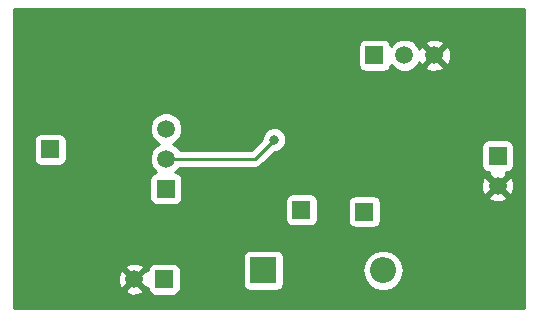
<source format=gbr>
G04 #@! TF.GenerationSoftware,KiCad,Pcbnew,(6.0.0-rc1-dev-305-gf0b8b21)*
G04 #@! TF.CreationDate,2019-05-22T14:27:23-07:00*
G04 #@! TF.ProjectId,DRONE_GateDriver,44524F4E455F47617465447269766572,rev?*
G04 #@! TF.SameCoordinates,Original*
G04 #@! TF.FileFunction,Copper,L2,Bot,Signal*
G04 #@! TF.FilePolarity,Positive*
%FSLAX46Y46*%
G04 Gerber Fmt 4.6, Leading zero omitted, Abs format (unit mm)*
G04 Created by KiCad (PCBNEW (6.0.0-rc1-dev-305-gf0b8b21)) date Wednesday, May 22, 2019 at 02:27:23 PM*
%MOMM*%
%LPD*%
G01*
G04 APERTURE LIST*
G04 #@! TA.AperFunction,ComponentPad*
%ADD10R,2.200000X2.200000*%
G04 #@! TD*
G04 #@! TA.AperFunction,ComponentPad*
%ADD11O,2.200000X2.200000*%
G04 #@! TD*
G04 #@! TA.AperFunction,ComponentPad*
%ADD12R,1.500000X1.500000*%
G04 #@! TD*
G04 #@! TA.AperFunction,ComponentPad*
%ADD13C,1.500000*%
G04 #@! TD*
G04 #@! TA.AperFunction,ComponentPad*
%ADD14R,1.498600X1.498600*%
G04 #@! TD*
G04 #@! TA.AperFunction,ViaPad*
%ADD15C,0.800000*%
G04 #@! TD*
G04 #@! TA.AperFunction,Conductor*
%ADD16C,0.250000*%
G04 #@! TD*
G04 #@! TA.AperFunction,Conductor*
%ADD17C,0.254000*%
G04 #@! TD*
G04 APERTURE END LIST*
D10*
G04 #@! TO.P,D1,1*
G04 #@! TO.N,Net-(C2-Pad2)*
X144920000Y-116810000D03*
D11*
G04 #@! TO.P,D1,2*
G04 #@! TO.N,Net-(C1-Pad1)*
X155080000Y-116810000D03*
G04 #@! TD*
D12*
G04 #@! TO.P,J1,2*
G04 #@! TO.N,Net-(J1-Pad2)*
X164760000Y-107120000D03*
D13*
G04 #@! TO.P,J1,1*
G04 #@! TO.N,GND*
X164760000Y-109660000D03*
G04 #@! TD*
D14*
G04 #@! TO.P,J2,1*
G04 #@! TO.N,Net-(J2-Pad1)*
X153480000Y-111830000D03*
G04 #@! TD*
G04 #@! TO.P,J3,1*
G04 #@! TO.N,Net-(J3-Pad1)*
X148160000Y-111690000D03*
G04 #@! TD*
D13*
G04 #@! TO.P,J4,1*
G04 #@! TO.N,GND*
X134000000Y-117550000D03*
D12*
G04 #@! TO.P,J4,2*
G04 #@! TO.N,Net-(C3-Pad1)*
X136540000Y-117550000D03*
G04 #@! TD*
G04 #@! TO.P,J5,1*
G04 #@! TO.N,Net-(C4-Pad1)*
X126880000Y-106570000D03*
G04 #@! TD*
D13*
G04 #@! TO.P,Q1,2*
G04 #@! TO.N,Net-(Q1-Pad2)*
X136690000Y-107360000D03*
G04 #@! TO.P,Q1,3*
G04 #@! TO.N,Net-(C2-Pad1)*
X136690000Y-104820000D03*
D12*
G04 #@! TO.P,Q1,1*
G04 #@! TO.N,Net-(C3-Pad1)*
X136690000Y-109900000D03*
G04 #@! TD*
G04 #@! TO.P,Q2,1*
G04 #@! TO.N,Net-(C2-Pad1)*
X154340000Y-98600000D03*
D13*
G04 #@! TO.P,Q2,3*
G04 #@! TO.N,GND*
X159420000Y-98600000D03*
G04 #@! TO.P,Q2,2*
G04 #@! TO.N,Net-(Q2-Pad2)*
X156880000Y-98600000D03*
G04 #@! TD*
D15*
G04 #@! TO.N,Net-(Q1-Pad2)*
X145850000Y-105730000D03*
G04 #@! TD*
D16*
G04 #@! TO.N,Net-(Q1-Pad2)*
X144220000Y-107360000D02*
X136690000Y-107360000D01*
X145850000Y-105730000D02*
X144220000Y-107360000D01*
G04 #@! TD*
D17*
G04 #@! TO.N,GND*
G36*
X166980000Y-119990000D02*
X123850000Y-119990000D01*
X123850000Y-118521517D01*
X133208088Y-118521517D01*
X133276077Y-118762460D01*
X133795171Y-118947201D01*
X134345448Y-118919230D01*
X134723923Y-118762460D01*
X134791912Y-118521517D01*
X134000000Y-117729605D01*
X133208088Y-118521517D01*
X123850000Y-118521517D01*
X123850000Y-117345171D01*
X132602799Y-117345171D01*
X132630770Y-117895448D01*
X132787540Y-118273923D01*
X133028483Y-118341912D01*
X133820395Y-117550000D01*
X134179605Y-117550000D01*
X134971517Y-118341912D01*
X135142560Y-118293647D01*
X135142560Y-118300000D01*
X135191843Y-118547765D01*
X135332191Y-118757809D01*
X135542235Y-118898157D01*
X135790000Y-118947440D01*
X137290000Y-118947440D01*
X137537765Y-118898157D01*
X137747809Y-118757809D01*
X137888157Y-118547765D01*
X137937440Y-118300000D01*
X137937440Y-116800000D01*
X137888157Y-116552235D01*
X137747809Y-116342191D01*
X137537765Y-116201843D01*
X137290000Y-116152560D01*
X135790000Y-116152560D01*
X135542235Y-116201843D01*
X135332191Y-116342191D01*
X135191843Y-116552235D01*
X135142560Y-116800000D01*
X135142560Y-116806353D01*
X134971517Y-116758088D01*
X134179605Y-117550000D01*
X133820395Y-117550000D01*
X133028483Y-116758088D01*
X132787540Y-116826077D01*
X132602799Y-117345171D01*
X123850000Y-117345171D01*
X123850000Y-116578483D01*
X133208088Y-116578483D01*
X134000000Y-117370395D01*
X134791912Y-116578483D01*
X134723923Y-116337540D01*
X134204829Y-116152799D01*
X133654552Y-116180770D01*
X133276077Y-116337540D01*
X133208088Y-116578483D01*
X123850000Y-116578483D01*
X123850000Y-115710000D01*
X143172560Y-115710000D01*
X143172560Y-117910000D01*
X143221843Y-118157765D01*
X143362191Y-118367809D01*
X143572235Y-118508157D01*
X143820000Y-118557440D01*
X146020000Y-118557440D01*
X146267765Y-118508157D01*
X146477809Y-118367809D01*
X146618157Y-118157765D01*
X146667440Y-117910000D01*
X146667440Y-116810000D01*
X153311010Y-116810000D01*
X153445666Y-117486963D01*
X153829135Y-118060865D01*
X154403037Y-118444334D01*
X154909120Y-118545000D01*
X155250880Y-118545000D01*
X155756963Y-118444334D01*
X156330865Y-118060865D01*
X156714334Y-117486963D01*
X156848990Y-116810000D01*
X156714334Y-116133037D01*
X156330865Y-115559135D01*
X155756963Y-115175666D01*
X155250880Y-115075000D01*
X154909120Y-115075000D01*
X154403037Y-115175666D01*
X153829135Y-115559135D01*
X153445666Y-116133037D01*
X153311010Y-116810000D01*
X146667440Y-116810000D01*
X146667440Y-115710000D01*
X146618157Y-115462235D01*
X146477809Y-115252191D01*
X146267765Y-115111843D01*
X146020000Y-115062560D01*
X143820000Y-115062560D01*
X143572235Y-115111843D01*
X143362191Y-115252191D01*
X143221843Y-115462235D01*
X143172560Y-115710000D01*
X123850000Y-115710000D01*
X123850000Y-109150000D01*
X135292560Y-109150000D01*
X135292560Y-110650000D01*
X135341843Y-110897765D01*
X135482191Y-111107809D01*
X135692235Y-111248157D01*
X135940000Y-111297440D01*
X137440000Y-111297440D01*
X137687765Y-111248157D01*
X137897809Y-111107809D01*
X138009468Y-110940700D01*
X146763260Y-110940700D01*
X146763260Y-112439300D01*
X146812543Y-112687065D01*
X146952891Y-112897109D01*
X147162935Y-113037457D01*
X147410700Y-113086740D01*
X148909300Y-113086740D01*
X149157065Y-113037457D01*
X149367109Y-112897109D01*
X149507457Y-112687065D01*
X149556740Y-112439300D01*
X149556740Y-111080700D01*
X152083260Y-111080700D01*
X152083260Y-112579300D01*
X152132543Y-112827065D01*
X152272891Y-113037109D01*
X152482935Y-113177457D01*
X152730700Y-113226740D01*
X154229300Y-113226740D01*
X154477065Y-113177457D01*
X154687109Y-113037109D01*
X154827457Y-112827065D01*
X154876740Y-112579300D01*
X154876740Y-111080700D01*
X154827457Y-110832935D01*
X154692873Y-110631517D01*
X163968088Y-110631517D01*
X164036077Y-110872460D01*
X164555171Y-111057201D01*
X165105448Y-111029230D01*
X165483923Y-110872460D01*
X165551912Y-110631517D01*
X164760000Y-109839605D01*
X163968088Y-110631517D01*
X154692873Y-110631517D01*
X154687109Y-110622891D01*
X154477065Y-110482543D01*
X154229300Y-110433260D01*
X152730700Y-110433260D01*
X152482935Y-110482543D01*
X152272891Y-110622891D01*
X152132543Y-110832935D01*
X152083260Y-111080700D01*
X149556740Y-111080700D01*
X149556740Y-110940700D01*
X149507457Y-110692935D01*
X149367109Y-110482891D01*
X149157065Y-110342543D01*
X148909300Y-110293260D01*
X147410700Y-110293260D01*
X147162935Y-110342543D01*
X146952891Y-110482891D01*
X146812543Y-110692935D01*
X146763260Y-110940700D01*
X138009468Y-110940700D01*
X138038157Y-110897765D01*
X138087440Y-110650000D01*
X138087440Y-109455171D01*
X163362799Y-109455171D01*
X163390770Y-110005448D01*
X163547540Y-110383923D01*
X163788483Y-110451912D01*
X164580395Y-109660000D01*
X164939605Y-109660000D01*
X165731517Y-110451912D01*
X165972460Y-110383923D01*
X166157201Y-109864829D01*
X166129230Y-109314552D01*
X165972460Y-108936077D01*
X165731517Y-108868088D01*
X164939605Y-109660000D01*
X164580395Y-109660000D01*
X163788483Y-108868088D01*
X163547540Y-108936077D01*
X163362799Y-109455171D01*
X138087440Y-109455171D01*
X138087440Y-109150000D01*
X138038157Y-108902235D01*
X137897809Y-108692191D01*
X137687765Y-108551843D01*
X137495156Y-108513531D01*
X137864147Y-108144540D01*
X137874312Y-108120000D01*
X144145153Y-108120000D01*
X144220000Y-108134888D01*
X144294847Y-108120000D01*
X144294852Y-108120000D01*
X144516537Y-108075904D01*
X144767929Y-107907929D01*
X144810331Y-107844470D01*
X145889802Y-106765000D01*
X146055874Y-106765000D01*
X146436280Y-106607431D01*
X146673711Y-106370000D01*
X163362560Y-106370000D01*
X163362560Y-107870000D01*
X163411843Y-108117765D01*
X163552191Y-108327809D01*
X163762235Y-108468157D01*
X164010000Y-108517440D01*
X164016353Y-108517440D01*
X163968088Y-108688483D01*
X164760000Y-109480395D01*
X165551912Y-108688483D01*
X165503647Y-108517440D01*
X165510000Y-108517440D01*
X165757765Y-108468157D01*
X165967809Y-108327809D01*
X166108157Y-108117765D01*
X166157440Y-107870000D01*
X166157440Y-106370000D01*
X166108157Y-106122235D01*
X165967809Y-105912191D01*
X165757765Y-105771843D01*
X165510000Y-105722560D01*
X164010000Y-105722560D01*
X163762235Y-105771843D01*
X163552191Y-105912191D01*
X163411843Y-106122235D01*
X163362560Y-106370000D01*
X146673711Y-106370000D01*
X146727431Y-106316280D01*
X146885000Y-105935874D01*
X146885000Y-105524126D01*
X146727431Y-105143720D01*
X146436280Y-104852569D01*
X146055874Y-104695000D01*
X145644126Y-104695000D01*
X145263720Y-104852569D01*
X144972569Y-105143720D01*
X144815000Y-105524126D01*
X144815000Y-105690198D01*
X143905199Y-106600000D01*
X137874312Y-106600000D01*
X137864147Y-106575460D01*
X137474540Y-106185853D01*
X137243130Y-106090000D01*
X137474540Y-105994147D01*
X137864147Y-105604540D01*
X138075000Y-105095494D01*
X138075000Y-104544506D01*
X137864147Y-104035460D01*
X137474540Y-103645853D01*
X136965494Y-103435000D01*
X136414506Y-103435000D01*
X135905460Y-103645853D01*
X135515853Y-104035460D01*
X135305000Y-104544506D01*
X135305000Y-105095494D01*
X135515853Y-105604540D01*
X135905460Y-105994147D01*
X136136870Y-106090000D01*
X135905460Y-106185853D01*
X135515853Y-106575460D01*
X135305000Y-107084506D01*
X135305000Y-107635494D01*
X135515853Y-108144540D01*
X135884844Y-108513531D01*
X135692235Y-108551843D01*
X135482191Y-108692191D01*
X135341843Y-108902235D01*
X135292560Y-109150000D01*
X123850000Y-109150000D01*
X123850000Y-105820000D01*
X125482560Y-105820000D01*
X125482560Y-107320000D01*
X125531843Y-107567765D01*
X125672191Y-107777809D01*
X125882235Y-107918157D01*
X126130000Y-107967440D01*
X127630000Y-107967440D01*
X127877765Y-107918157D01*
X128087809Y-107777809D01*
X128228157Y-107567765D01*
X128277440Y-107320000D01*
X128277440Y-105820000D01*
X128228157Y-105572235D01*
X128087809Y-105362191D01*
X127877765Y-105221843D01*
X127630000Y-105172560D01*
X126130000Y-105172560D01*
X125882235Y-105221843D01*
X125672191Y-105362191D01*
X125531843Y-105572235D01*
X125482560Y-105820000D01*
X123850000Y-105820000D01*
X123850000Y-97850000D01*
X152942560Y-97850000D01*
X152942560Y-99350000D01*
X152991843Y-99597765D01*
X153132191Y-99807809D01*
X153342235Y-99948157D01*
X153590000Y-99997440D01*
X155090000Y-99997440D01*
X155337765Y-99948157D01*
X155547809Y-99807809D01*
X155688157Y-99597765D01*
X155726469Y-99405156D01*
X156095460Y-99774147D01*
X156604506Y-99985000D01*
X157155494Y-99985000D01*
X157664540Y-99774147D01*
X157867170Y-99571517D01*
X158628088Y-99571517D01*
X158696077Y-99812460D01*
X159215171Y-99997201D01*
X159765448Y-99969230D01*
X160143923Y-99812460D01*
X160211912Y-99571517D01*
X159420000Y-98779605D01*
X158628088Y-99571517D01*
X157867170Y-99571517D01*
X158054147Y-99384540D01*
X158143397Y-99169070D01*
X158207540Y-99323923D01*
X158448483Y-99391912D01*
X159240395Y-98600000D01*
X159599605Y-98600000D01*
X160391517Y-99391912D01*
X160632460Y-99323923D01*
X160817201Y-98804829D01*
X160789230Y-98254552D01*
X160632460Y-97876077D01*
X160391517Y-97808088D01*
X159599605Y-98600000D01*
X159240395Y-98600000D01*
X158448483Y-97808088D01*
X158207540Y-97876077D01*
X158148255Y-98042658D01*
X158054147Y-97815460D01*
X157867170Y-97628483D01*
X158628088Y-97628483D01*
X159420000Y-98420395D01*
X160211912Y-97628483D01*
X160143923Y-97387540D01*
X159624829Y-97202799D01*
X159074552Y-97230770D01*
X158696077Y-97387540D01*
X158628088Y-97628483D01*
X157867170Y-97628483D01*
X157664540Y-97425853D01*
X157155494Y-97215000D01*
X156604506Y-97215000D01*
X156095460Y-97425853D01*
X155726469Y-97794844D01*
X155688157Y-97602235D01*
X155547809Y-97392191D01*
X155337765Y-97251843D01*
X155090000Y-97202560D01*
X153590000Y-97202560D01*
X153342235Y-97251843D01*
X153132191Y-97392191D01*
X152991843Y-97602235D01*
X152942560Y-97850000D01*
X123850000Y-97850000D01*
X123850000Y-94640000D01*
X166980001Y-94640000D01*
X166980000Y-119990000D01*
X166980000Y-119990000D01*
G37*
X166980000Y-119990000D02*
X123850000Y-119990000D01*
X123850000Y-118521517D01*
X133208088Y-118521517D01*
X133276077Y-118762460D01*
X133795171Y-118947201D01*
X134345448Y-118919230D01*
X134723923Y-118762460D01*
X134791912Y-118521517D01*
X134000000Y-117729605D01*
X133208088Y-118521517D01*
X123850000Y-118521517D01*
X123850000Y-117345171D01*
X132602799Y-117345171D01*
X132630770Y-117895448D01*
X132787540Y-118273923D01*
X133028483Y-118341912D01*
X133820395Y-117550000D01*
X134179605Y-117550000D01*
X134971517Y-118341912D01*
X135142560Y-118293647D01*
X135142560Y-118300000D01*
X135191843Y-118547765D01*
X135332191Y-118757809D01*
X135542235Y-118898157D01*
X135790000Y-118947440D01*
X137290000Y-118947440D01*
X137537765Y-118898157D01*
X137747809Y-118757809D01*
X137888157Y-118547765D01*
X137937440Y-118300000D01*
X137937440Y-116800000D01*
X137888157Y-116552235D01*
X137747809Y-116342191D01*
X137537765Y-116201843D01*
X137290000Y-116152560D01*
X135790000Y-116152560D01*
X135542235Y-116201843D01*
X135332191Y-116342191D01*
X135191843Y-116552235D01*
X135142560Y-116800000D01*
X135142560Y-116806353D01*
X134971517Y-116758088D01*
X134179605Y-117550000D01*
X133820395Y-117550000D01*
X133028483Y-116758088D01*
X132787540Y-116826077D01*
X132602799Y-117345171D01*
X123850000Y-117345171D01*
X123850000Y-116578483D01*
X133208088Y-116578483D01*
X134000000Y-117370395D01*
X134791912Y-116578483D01*
X134723923Y-116337540D01*
X134204829Y-116152799D01*
X133654552Y-116180770D01*
X133276077Y-116337540D01*
X133208088Y-116578483D01*
X123850000Y-116578483D01*
X123850000Y-115710000D01*
X143172560Y-115710000D01*
X143172560Y-117910000D01*
X143221843Y-118157765D01*
X143362191Y-118367809D01*
X143572235Y-118508157D01*
X143820000Y-118557440D01*
X146020000Y-118557440D01*
X146267765Y-118508157D01*
X146477809Y-118367809D01*
X146618157Y-118157765D01*
X146667440Y-117910000D01*
X146667440Y-116810000D01*
X153311010Y-116810000D01*
X153445666Y-117486963D01*
X153829135Y-118060865D01*
X154403037Y-118444334D01*
X154909120Y-118545000D01*
X155250880Y-118545000D01*
X155756963Y-118444334D01*
X156330865Y-118060865D01*
X156714334Y-117486963D01*
X156848990Y-116810000D01*
X156714334Y-116133037D01*
X156330865Y-115559135D01*
X155756963Y-115175666D01*
X155250880Y-115075000D01*
X154909120Y-115075000D01*
X154403037Y-115175666D01*
X153829135Y-115559135D01*
X153445666Y-116133037D01*
X153311010Y-116810000D01*
X146667440Y-116810000D01*
X146667440Y-115710000D01*
X146618157Y-115462235D01*
X146477809Y-115252191D01*
X146267765Y-115111843D01*
X146020000Y-115062560D01*
X143820000Y-115062560D01*
X143572235Y-115111843D01*
X143362191Y-115252191D01*
X143221843Y-115462235D01*
X143172560Y-115710000D01*
X123850000Y-115710000D01*
X123850000Y-109150000D01*
X135292560Y-109150000D01*
X135292560Y-110650000D01*
X135341843Y-110897765D01*
X135482191Y-111107809D01*
X135692235Y-111248157D01*
X135940000Y-111297440D01*
X137440000Y-111297440D01*
X137687765Y-111248157D01*
X137897809Y-111107809D01*
X138009468Y-110940700D01*
X146763260Y-110940700D01*
X146763260Y-112439300D01*
X146812543Y-112687065D01*
X146952891Y-112897109D01*
X147162935Y-113037457D01*
X147410700Y-113086740D01*
X148909300Y-113086740D01*
X149157065Y-113037457D01*
X149367109Y-112897109D01*
X149507457Y-112687065D01*
X149556740Y-112439300D01*
X149556740Y-111080700D01*
X152083260Y-111080700D01*
X152083260Y-112579300D01*
X152132543Y-112827065D01*
X152272891Y-113037109D01*
X152482935Y-113177457D01*
X152730700Y-113226740D01*
X154229300Y-113226740D01*
X154477065Y-113177457D01*
X154687109Y-113037109D01*
X154827457Y-112827065D01*
X154876740Y-112579300D01*
X154876740Y-111080700D01*
X154827457Y-110832935D01*
X154692873Y-110631517D01*
X163968088Y-110631517D01*
X164036077Y-110872460D01*
X164555171Y-111057201D01*
X165105448Y-111029230D01*
X165483923Y-110872460D01*
X165551912Y-110631517D01*
X164760000Y-109839605D01*
X163968088Y-110631517D01*
X154692873Y-110631517D01*
X154687109Y-110622891D01*
X154477065Y-110482543D01*
X154229300Y-110433260D01*
X152730700Y-110433260D01*
X152482935Y-110482543D01*
X152272891Y-110622891D01*
X152132543Y-110832935D01*
X152083260Y-111080700D01*
X149556740Y-111080700D01*
X149556740Y-110940700D01*
X149507457Y-110692935D01*
X149367109Y-110482891D01*
X149157065Y-110342543D01*
X148909300Y-110293260D01*
X147410700Y-110293260D01*
X147162935Y-110342543D01*
X146952891Y-110482891D01*
X146812543Y-110692935D01*
X146763260Y-110940700D01*
X138009468Y-110940700D01*
X138038157Y-110897765D01*
X138087440Y-110650000D01*
X138087440Y-109455171D01*
X163362799Y-109455171D01*
X163390770Y-110005448D01*
X163547540Y-110383923D01*
X163788483Y-110451912D01*
X164580395Y-109660000D01*
X164939605Y-109660000D01*
X165731517Y-110451912D01*
X165972460Y-110383923D01*
X166157201Y-109864829D01*
X166129230Y-109314552D01*
X165972460Y-108936077D01*
X165731517Y-108868088D01*
X164939605Y-109660000D01*
X164580395Y-109660000D01*
X163788483Y-108868088D01*
X163547540Y-108936077D01*
X163362799Y-109455171D01*
X138087440Y-109455171D01*
X138087440Y-109150000D01*
X138038157Y-108902235D01*
X137897809Y-108692191D01*
X137687765Y-108551843D01*
X137495156Y-108513531D01*
X137864147Y-108144540D01*
X137874312Y-108120000D01*
X144145153Y-108120000D01*
X144220000Y-108134888D01*
X144294847Y-108120000D01*
X144294852Y-108120000D01*
X144516537Y-108075904D01*
X144767929Y-107907929D01*
X144810331Y-107844470D01*
X145889802Y-106765000D01*
X146055874Y-106765000D01*
X146436280Y-106607431D01*
X146673711Y-106370000D01*
X163362560Y-106370000D01*
X163362560Y-107870000D01*
X163411843Y-108117765D01*
X163552191Y-108327809D01*
X163762235Y-108468157D01*
X164010000Y-108517440D01*
X164016353Y-108517440D01*
X163968088Y-108688483D01*
X164760000Y-109480395D01*
X165551912Y-108688483D01*
X165503647Y-108517440D01*
X165510000Y-108517440D01*
X165757765Y-108468157D01*
X165967809Y-108327809D01*
X166108157Y-108117765D01*
X166157440Y-107870000D01*
X166157440Y-106370000D01*
X166108157Y-106122235D01*
X165967809Y-105912191D01*
X165757765Y-105771843D01*
X165510000Y-105722560D01*
X164010000Y-105722560D01*
X163762235Y-105771843D01*
X163552191Y-105912191D01*
X163411843Y-106122235D01*
X163362560Y-106370000D01*
X146673711Y-106370000D01*
X146727431Y-106316280D01*
X146885000Y-105935874D01*
X146885000Y-105524126D01*
X146727431Y-105143720D01*
X146436280Y-104852569D01*
X146055874Y-104695000D01*
X145644126Y-104695000D01*
X145263720Y-104852569D01*
X144972569Y-105143720D01*
X144815000Y-105524126D01*
X144815000Y-105690198D01*
X143905199Y-106600000D01*
X137874312Y-106600000D01*
X137864147Y-106575460D01*
X137474540Y-106185853D01*
X137243130Y-106090000D01*
X137474540Y-105994147D01*
X137864147Y-105604540D01*
X138075000Y-105095494D01*
X138075000Y-104544506D01*
X137864147Y-104035460D01*
X137474540Y-103645853D01*
X136965494Y-103435000D01*
X136414506Y-103435000D01*
X135905460Y-103645853D01*
X135515853Y-104035460D01*
X135305000Y-104544506D01*
X135305000Y-105095494D01*
X135515853Y-105604540D01*
X135905460Y-105994147D01*
X136136870Y-106090000D01*
X135905460Y-106185853D01*
X135515853Y-106575460D01*
X135305000Y-107084506D01*
X135305000Y-107635494D01*
X135515853Y-108144540D01*
X135884844Y-108513531D01*
X135692235Y-108551843D01*
X135482191Y-108692191D01*
X135341843Y-108902235D01*
X135292560Y-109150000D01*
X123850000Y-109150000D01*
X123850000Y-105820000D01*
X125482560Y-105820000D01*
X125482560Y-107320000D01*
X125531843Y-107567765D01*
X125672191Y-107777809D01*
X125882235Y-107918157D01*
X126130000Y-107967440D01*
X127630000Y-107967440D01*
X127877765Y-107918157D01*
X128087809Y-107777809D01*
X128228157Y-107567765D01*
X128277440Y-107320000D01*
X128277440Y-105820000D01*
X128228157Y-105572235D01*
X128087809Y-105362191D01*
X127877765Y-105221843D01*
X127630000Y-105172560D01*
X126130000Y-105172560D01*
X125882235Y-105221843D01*
X125672191Y-105362191D01*
X125531843Y-105572235D01*
X125482560Y-105820000D01*
X123850000Y-105820000D01*
X123850000Y-97850000D01*
X152942560Y-97850000D01*
X152942560Y-99350000D01*
X152991843Y-99597765D01*
X153132191Y-99807809D01*
X153342235Y-99948157D01*
X153590000Y-99997440D01*
X155090000Y-99997440D01*
X155337765Y-99948157D01*
X155547809Y-99807809D01*
X155688157Y-99597765D01*
X155726469Y-99405156D01*
X156095460Y-99774147D01*
X156604506Y-99985000D01*
X157155494Y-99985000D01*
X157664540Y-99774147D01*
X157867170Y-99571517D01*
X158628088Y-99571517D01*
X158696077Y-99812460D01*
X159215171Y-99997201D01*
X159765448Y-99969230D01*
X160143923Y-99812460D01*
X160211912Y-99571517D01*
X159420000Y-98779605D01*
X158628088Y-99571517D01*
X157867170Y-99571517D01*
X158054147Y-99384540D01*
X158143397Y-99169070D01*
X158207540Y-99323923D01*
X158448483Y-99391912D01*
X159240395Y-98600000D01*
X159599605Y-98600000D01*
X160391517Y-99391912D01*
X160632460Y-99323923D01*
X160817201Y-98804829D01*
X160789230Y-98254552D01*
X160632460Y-97876077D01*
X160391517Y-97808088D01*
X159599605Y-98600000D01*
X159240395Y-98600000D01*
X158448483Y-97808088D01*
X158207540Y-97876077D01*
X158148255Y-98042658D01*
X158054147Y-97815460D01*
X157867170Y-97628483D01*
X158628088Y-97628483D01*
X159420000Y-98420395D01*
X160211912Y-97628483D01*
X160143923Y-97387540D01*
X159624829Y-97202799D01*
X159074552Y-97230770D01*
X158696077Y-97387540D01*
X158628088Y-97628483D01*
X157867170Y-97628483D01*
X157664540Y-97425853D01*
X157155494Y-97215000D01*
X156604506Y-97215000D01*
X156095460Y-97425853D01*
X155726469Y-97794844D01*
X155688157Y-97602235D01*
X155547809Y-97392191D01*
X155337765Y-97251843D01*
X155090000Y-97202560D01*
X153590000Y-97202560D01*
X153342235Y-97251843D01*
X153132191Y-97392191D01*
X152991843Y-97602235D01*
X152942560Y-97850000D01*
X123850000Y-97850000D01*
X123850000Y-94640000D01*
X166980001Y-94640000D01*
X166980000Y-119990000D01*
G04 #@! TD*
M02*

</source>
